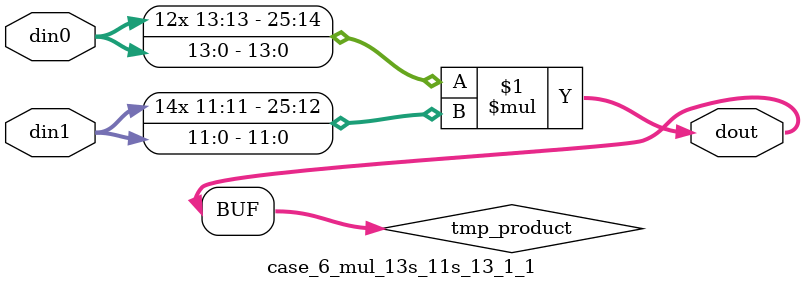
<source format=v>

`timescale 1 ns / 1 ps

 module case_6_mul_13s_11s_13_1_1(din0, din1, dout);
parameter ID = 1;
parameter NUM_STAGE = 0;
parameter din0_WIDTH = 14;
parameter din1_WIDTH = 12;
parameter dout_WIDTH = 26;

input [din0_WIDTH - 1 : 0] din0; 
input [din1_WIDTH - 1 : 0] din1; 
output [dout_WIDTH - 1 : 0] dout;

wire signed [dout_WIDTH - 1 : 0] tmp_product;



























assign tmp_product = $signed(din0) * $signed(din1);








assign dout = tmp_product;





















endmodule

</source>
